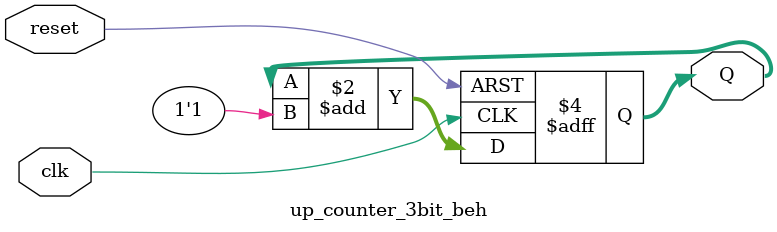
<source format=v>
module up_counter_3bit_beh (
    input clk,
    input reset,
    output reg [2:0] Q
);

    initial begin
        Q = 3'b000;
    end

    always @(posedge clk or posedge reset) begin
        if (reset)
            Q <= 3'b000;
        else
            Q <= Q + 1'b1;
    end

endmodule

</source>
